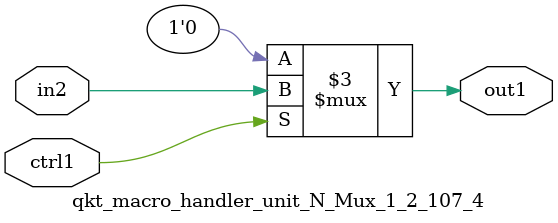
<source format=v>

`timescale 1ps / 1ps


module qkt_macro_handler_unit_N_Mux_1_2_107_4( in2, ctrl1, out1 );

    input in2;
    input ctrl1;
    output out1;
    reg out1;

    
    // rtl_process:qkt_macro_handler_unit_N_Mux_1_2_107_4/qkt_macro_handler_unit_N_Mux_1_2_107_4_thread_1
    always @*
      begin : qkt_macro_handler_unit_N_Mux_1_2_107_4_thread_1
        case (ctrl1) 
          1'b1: 
            begin
              out1 = in2;
            end
          default: 
            begin
              out1 = 1'b0;
            end
        endcase
      end

endmodule



</source>
